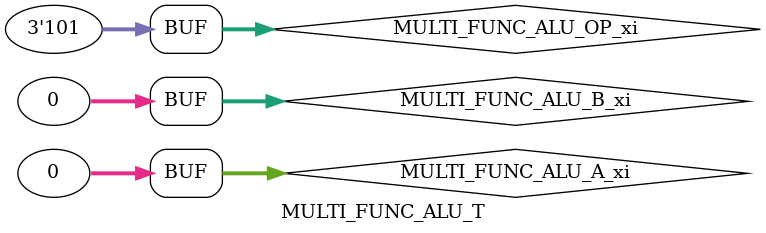
<source format=v>
`timescale 1ns / 1ps


module MULTI_FUNC_ALU_T;

	// Inputs
	reg [31:0] MULTI_FUNC_ALU_A_xi;
	reg [31:0] MULTI_FUNC_ALU_B_xi;
	reg [2:0] MULTI_FUNC_ALU_OP_xi;

	// Outputs
	wire [31:0] MULTI_FUNC_ALU_F_xo;
	wire MULTI_FUNC_ALU_overflow_flag_xo;
	wire MULTI_FUNC_ALU_zero_flag_xo;

	// Instantiate the Unit Under Test (UUT)
	MULTI_FUNC_ALU uut (
		.MULTI_FUNC_ALU_A_xi(MULTI_FUNC_ALU_A_xi), 
		.MULTI_FUNC_ALU_B_xi(MULTI_FUNC_ALU_B_xi), 
		.MULTI_FUNC_ALU_OP_xi(MULTI_FUNC_ALU_OP_xi), 
		.MULTI_FUNC_ALU_F_xo(MULTI_FUNC_ALU_F_xo), 
		.MULTI_FUNC_ALU_overflow_flag_xo(MULTI_FUNC_ALU_overflow_flag_xo), 
		.MULTI_FUNC_ALU_zero_flag_xo(MULTI_FUNC_ALU_zero_flag_xo)
	);

	initial begin
		// Initialize Inputs
		MULTI_FUNC_ALU_A_xi = 0;
		MULTI_FUNC_ALU_B_xi = 0;
		MULTI_FUNC_ALU_OP_xi = 5;

		// Wait 100 ns for global reset to finish
		#100;
        
		// Add stimulus here

	end
      
endmodule


</source>
